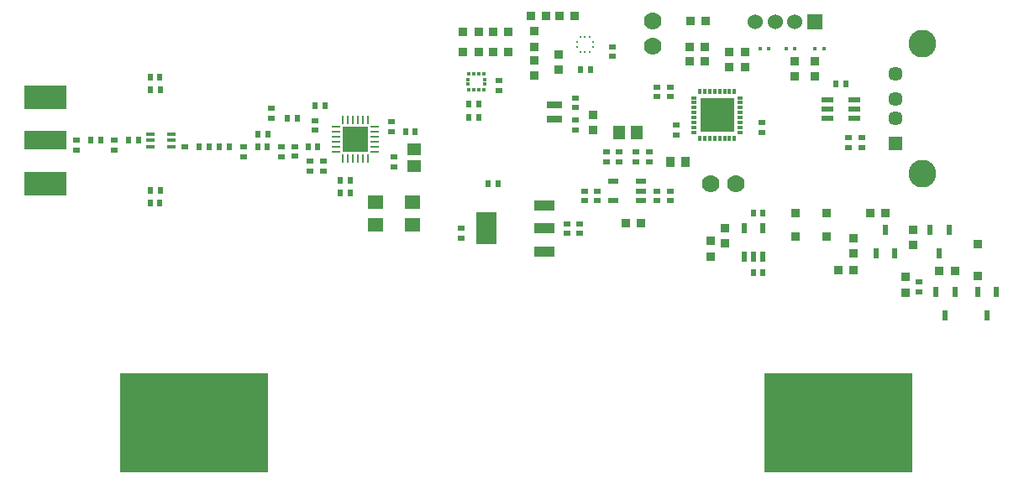
<source format=gbr>
%TF.GenerationSoftware,Altium Limited,Altium Designer,23.11.1 (41)*%
G04 Layer_Color=255*
%FSLAX45Y45*%
%MOMM*%
%TF.SameCoordinates,5A3C93BB-BC46-40EA-83D2-B686983C8B64*%
%TF.FilePolarity,Positive*%
%TF.FileFunction,Pads,Top*%
%TF.Part,Single*%
G01*
G75*
%TA.AperFunction,SMDPad,CuDef*%
%ADD10R,0.70000X0.60000*%
%ADD11R,15.00000X10.00000*%
%ADD12R,3.45000X3.45000*%
%ADD13R,0.30000X0.60000*%
%ADD14R,0.60000X0.30000*%
%ADD15R,0.40000X0.30000*%
%ADD16R,0.85000X0.90000*%
%ADD17R,0.90000X0.85000*%
%ADD18R,0.60000X0.70000*%
%ADD19R,0.95000X1.00000*%
%ADD20R,0.27500X0.25000*%
%ADD21R,0.25000X0.27500*%
%ADD22R,1.20000X0.60000*%
%ADD23R,1.19000X1.47000*%
%ADD24R,1.05000X0.60000*%
%ADD25R,0.38100X0.35560*%
%ADD26R,0.35560X0.38100*%
%ADD27R,0.60000X1.00000*%
%ADD28R,0.95000X0.90000*%
%ADD29R,0.90000X0.95000*%
%ADD30R,0.60000X1.05000*%
%ADD31R,2.15000X1.00000*%
%ADD32R,2.15000X3.25000*%
%ADD33R,2.60000X2.60000*%
%ADD34O,0.85000X0.25000*%
%ADD35O,0.25000X0.85000*%
%TA.AperFunction,ConnectorPad*%
%ADD36R,4.20000X1.90500*%
%TA.AperFunction,SMDPad,CuDef*%
%ADD37R,1.50000X0.80000*%
%ADD38R,0.64000X0.58000*%
%ADD39R,0.58000X0.64000*%
%ADD40R,0.55000X0.65000*%
%ADD41R,0.90000X0.40000*%
%ADD42R,1.60000X1.40000*%
%ADD43R,1.47000X1.19000*%
%TA.AperFunction,ComponentPad*%
%ADD62C,1.77800*%
%ADD63C,2.80000*%
%ADD64C,1.45000*%
%ADD65R,1.45000X1.45000*%
%ADD66C,1.52400*%
%ADD67R,1.52400X1.52400*%
%ADD68R,4.20000X2.41300*%
D10*
X2242500Y3935000D02*
D03*
X5960000Y5045000D02*
D03*
Y4945000D02*
D03*
X6540000Y4540000D02*
D03*
Y4640000D02*
D03*
X6410000D02*
D03*
Y4540000D02*
D03*
X7470000Y4280000D02*
D03*
Y4180000D02*
D03*
X8470000Y4130000D02*
D03*
Y4030000D02*
D03*
X6600000Y4255000D02*
D03*
Y4155000D02*
D03*
X6330000Y3980000D02*
D03*
Y3880000D02*
D03*
X6200000Y3980000D02*
D03*
Y3880000D02*
D03*
X6030000Y3980000D02*
D03*
Y3880000D02*
D03*
X5680000Y3590000D02*
D03*
Y3490000D02*
D03*
X5810000Y3590000D02*
D03*
Y3490000D02*
D03*
X8340000Y4130000D02*
D03*
Y4030000D02*
D03*
X4432500Y3110000D02*
D03*
Y3210000D02*
D03*
X6540000Y3590000D02*
D03*
Y3490000D02*
D03*
X5630000Y3260000D02*
D03*
Y3160000D02*
D03*
X5500000Y3260000D02*
D03*
Y3160000D02*
D03*
X5900000Y3980000D02*
D03*
Y3880000D02*
D03*
X4820000Y4705000D02*
D03*
Y4605000D02*
D03*
X9050000Y2670001D02*
D03*
X9050000Y2570000D02*
D03*
X6410000Y3590000D02*
D03*
Y3490000D02*
D03*
X5587500Y4530000D02*
D03*
Y4430000D02*
D03*
X5587499Y4205000D02*
D03*
Y4305000D02*
D03*
X2915000Y3790000D02*
D03*
X2915000Y3890000D02*
D03*
X3045000Y3790000D02*
D03*
X3045000Y3890000D02*
D03*
X3730000Y4185000D02*
D03*
Y4285000D02*
D03*
X1652500Y4035000D02*
D03*
X2242500D02*
D03*
X2625000Y3935000D02*
D03*
Y4035000D02*
D03*
X557500Y4100000D02*
D03*
Y4000000D02*
D03*
X940000Y4100000D02*
D03*
Y4000000D02*
D03*
X3757500Y3935000D02*
D03*
Y3835000D02*
D03*
X2520000Y4320000D02*
D03*
Y4420000D02*
D03*
D11*
X8240000Y1247500D02*
D03*
X1740000D02*
D03*
D12*
X7015000Y4355000D02*
D03*
D13*
X6840000Y4590000D02*
D03*
X6890000D02*
D03*
X6940000D02*
D03*
X6990000D02*
D03*
X7040000D02*
D03*
X7090000D02*
D03*
X7140000D02*
D03*
X7190000D02*
D03*
Y4120000D02*
D03*
X7140000D02*
D03*
X7090000D02*
D03*
X7040000D02*
D03*
X6990000D02*
D03*
X6940000D02*
D03*
X6890000D02*
D03*
X6840000D02*
D03*
D14*
X7250000Y4530000D02*
D03*
Y4480000D02*
D03*
Y4430000D02*
D03*
Y4380000D02*
D03*
Y4330000D02*
D03*
Y4280000D02*
D03*
Y4230000D02*
D03*
Y4180000D02*
D03*
X6780000D02*
D03*
Y4230000D02*
D03*
Y4280000D02*
D03*
Y4330000D02*
D03*
Y4380000D02*
D03*
Y4430000D02*
D03*
Y4480000D02*
D03*
Y4530000D02*
D03*
D15*
X7800000Y5022500D02*
D03*
X7710000D02*
D03*
X8090000D02*
D03*
X8000000D02*
D03*
X7537500Y5022500D02*
D03*
X7447500D02*
D03*
D16*
X6890000Y5045000D02*
D03*
X6735000D02*
D03*
X6890000Y4895000D02*
D03*
X6735000D02*
D03*
X5290000Y5355000D02*
D03*
X5135000D02*
D03*
X5425000D02*
D03*
X5580000D02*
D03*
X6095000Y3265000D02*
D03*
X6250000D02*
D03*
X4455000Y5195000D02*
D03*
X4610000D02*
D03*
X4610000Y4995000D02*
D03*
X4455000D02*
D03*
X4755000D02*
D03*
X4910000D02*
D03*
X4755000Y5195000D02*
D03*
X4910000D02*
D03*
X9410000Y2780000D02*
D03*
X9255000D02*
D03*
X8710000Y3370000D02*
D03*
X8555000D02*
D03*
X8390000Y2790000D02*
D03*
X8235000D02*
D03*
X7292500Y4992500D02*
D03*
X7137500D02*
D03*
X7292500Y4842500D02*
D03*
X7137500D02*
D03*
X6897500Y5302500D02*
D03*
X6742500D02*
D03*
D17*
X8000000Y4897500D02*
D03*
Y4742500D02*
D03*
X7800000Y4897500D02*
D03*
Y4742500D02*
D03*
X5170000Y5200000D02*
D03*
Y5045000D02*
D03*
Y4910000D02*
D03*
Y4755000D02*
D03*
X5420000Y4970000D02*
D03*
Y4815000D02*
D03*
X8910000Y2720000D02*
D03*
Y2565000D02*
D03*
X8990000Y3200000D02*
D03*
Y3045001D02*
D03*
X8390000Y3115000D02*
D03*
Y2960000D02*
D03*
X6947500Y3082500D02*
D03*
Y2927500D02*
D03*
X7097500Y3212500D02*
D03*
Y3057500D02*
D03*
X5760000Y4360000D02*
D03*
Y4205000D02*
D03*
D18*
X8310000Y4670000D02*
D03*
X8210000D02*
D03*
X4805001Y3660000D02*
D03*
X4705000D02*
D03*
X5740000Y4815000D02*
D03*
X5640000D02*
D03*
X4610000Y4335000D02*
D03*
X4510000D02*
D03*
X4610000Y4465000D02*
D03*
X4510000D02*
D03*
X7477500Y3367500D02*
D03*
X7377500D02*
D03*
X7477500Y2767500D02*
D03*
X7377500Y2767500D02*
D03*
X3317500Y3570000D02*
D03*
X3217500D02*
D03*
X3317500Y3700000D02*
D03*
X3217500D02*
D03*
X1300000Y4610000D02*
D03*
X1400000D02*
D03*
X2383500Y4165000D02*
D03*
X2483500D02*
D03*
X2000000Y4035000D02*
D03*
X2100000D02*
D03*
X1080000Y4100000D02*
D03*
X1180000D02*
D03*
X2680000Y4320000D02*
D03*
X2780000D02*
D03*
X1300000Y3597500D02*
D03*
X1400000D02*
D03*
X3060000Y4450000D02*
D03*
X2960000D02*
D03*
D19*
X6540000Y3880000D02*
D03*
X6695000D02*
D03*
D20*
X5607500Y5095000D02*
D03*
Y5045000D02*
D03*
X5760000Y5095000D02*
D03*
Y5045000D02*
D03*
D21*
X5683750Y4993750D02*
D03*
X5733750D02*
D03*
X5633750D02*
D03*
X5683750Y5146250D02*
D03*
X5733750D02*
D03*
X5633750D02*
D03*
D22*
X8400000Y4415000D02*
D03*
Y4510000D02*
D03*
Y4320000D02*
D03*
X8130000Y4415000D02*
D03*
Y4510000D02*
D03*
Y4320000D02*
D03*
D23*
X6030000Y4180000D02*
D03*
X6201000D02*
D03*
D24*
X6250000Y3590000D02*
D03*
Y3685000D02*
D03*
Y3495000D02*
D03*
X5965000Y3685000D02*
D03*
Y3495000D02*
D03*
D25*
X4668820Y4716180D02*
D03*
X4668820Y4666180D02*
D03*
X4501180Y4716180D02*
D03*
Y4666180D02*
D03*
D26*
X4660000Y4775000D02*
D03*
X4610000Y4775000D02*
D03*
X4610000Y4607361D02*
D03*
X4560000D02*
D03*
X4660000D02*
D03*
X4560000Y4775000D02*
D03*
X4510000Y4775000D02*
D03*
Y4607361D02*
D03*
D27*
X9410000Y2570000D02*
D03*
X9220000D02*
D03*
X9315000Y2330000D02*
D03*
X8710000Y3200000D02*
D03*
X8615000Y2960000D02*
D03*
X8805000D02*
D03*
X9830000Y2570000D02*
D03*
X9640000D02*
D03*
X9735000Y2330000D02*
D03*
X9350000Y3200000D02*
D03*
X9160000D02*
D03*
X9255000Y2960000D02*
D03*
D28*
X9640000Y3050000D02*
D03*
Y2735001D02*
D03*
D29*
X8120000Y3370000D02*
D03*
X7805000D02*
D03*
X8120000Y3130000D02*
D03*
X7805000D02*
D03*
D30*
X7477500Y3212500D02*
D03*
X7287500D02*
D03*
X7477500Y2927500D02*
D03*
X7287500D02*
D03*
X7382500D02*
D03*
D31*
X5270000Y3440000D02*
D03*
Y3210000D02*
D03*
Y2980000D02*
D03*
D32*
X4685000Y3210000D02*
D03*
D33*
X3370000Y4110000D02*
D03*
D34*
X3177500Y3985000D02*
D03*
Y4035000D02*
D03*
Y4085000D02*
D03*
Y4135000D02*
D03*
Y4185000D02*
D03*
Y4235000D02*
D03*
X3562500D02*
D03*
Y4185000D02*
D03*
Y4135000D02*
D03*
Y4085000D02*
D03*
Y4035000D02*
D03*
Y3985000D02*
D03*
D35*
X3245000Y4302500D02*
D03*
X3295000D02*
D03*
X3345000D02*
D03*
X3395000D02*
D03*
X3445000D02*
D03*
X3495000D02*
D03*
Y3917500D02*
D03*
X3445000D02*
D03*
X3395000D02*
D03*
X3345000D02*
D03*
X3295000D02*
D03*
X3245000D02*
D03*
D36*
X242500Y4100000D02*
D03*
D37*
X5377500Y4310000D02*
D03*
Y4460000D02*
D03*
D38*
X2755000Y3937500D02*
D03*
Y4035500D02*
D03*
X2960000Y4300000D02*
D03*
Y4202000D02*
D03*
D39*
X3972500Y4185000D02*
D03*
X3874500D02*
D03*
X1895000Y4035000D02*
D03*
X1797000D02*
D03*
X2482500D02*
D03*
X2384500D02*
D03*
X800000Y4100000D02*
D03*
X702000D02*
D03*
D40*
X1395000Y4737500D02*
D03*
X1300000D02*
D03*
X2985000Y4035000D02*
D03*
X2890000D02*
D03*
X1395000Y3470000D02*
D03*
X1300000D02*
D03*
D41*
X1512500Y4035000D02*
D03*
Y4100000D02*
D03*
Y4165000D02*
D03*
X1302500D02*
D03*
Y4100000D02*
D03*
Y4035000D02*
D03*
D42*
X3947500Y3475000D02*
D03*
Y3245000D02*
D03*
X3567500Y3475000D02*
D03*
X3567500Y3245000D02*
D03*
D43*
X3962500Y3836500D02*
D03*
Y4007500D02*
D03*
D62*
X6362500Y5302500D02*
D03*
Y5048500D02*
D03*
X7202500Y3662500D02*
D03*
X6948500D02*
D03*
D63*
X9081000Y5077000D02*
D03*
Y3763000D02*
D03*
D64*
X8810000Y4520001D02*
D03*
Y4320000D02*
D03*
Y4770000D02*
D03*
D65*
Y4070000D02*
D03*
D66*
X7800000Y5295000D02*
D03*
X7400000D02*
D03*
X7600000D02*
D03*
D67*
X8000000D02*
D03*
D68*
X242500Y3662000D02*
D03*
Y4538000D02*
D03*
%TF.MD5,28e2c46f66bde58501a2eae2e29e9515*%
M02*

</source>
